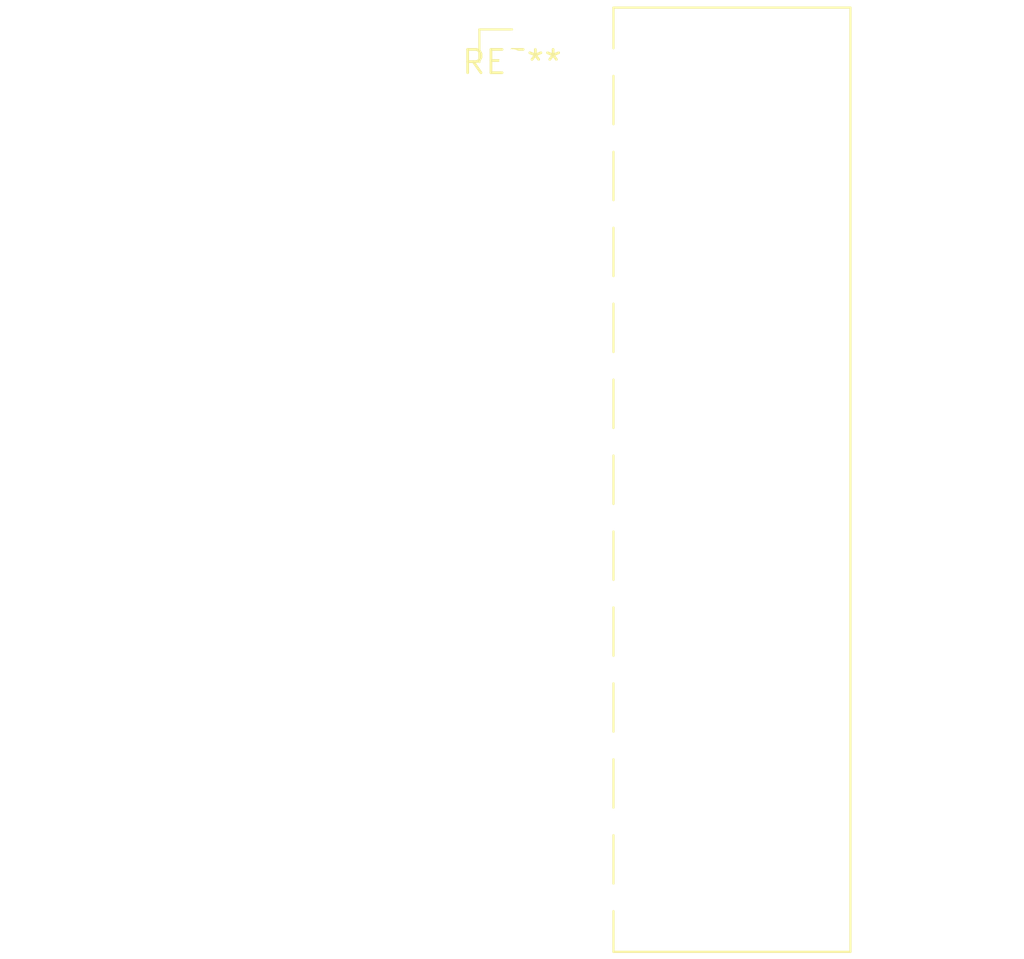
<source format=kicad_pcb>
(kicad_pcb (version 20240108) (generator pcbnew)
  (layers (0 "F.Cu" signal) (31 "B.Cu" signal) (34 "B.Paste" user) (35 "F.Paste" user) (36 "B.SilkS" user "B.Silkscreen") (37 "F.SilkS" user "F.Silkscreen") (38 "B.Mask" user) (39 "F.Mask" user) (44 "Edge.Cuts" user))
  (net 0 "")
  (footprint "TE_MATE-N-LOK_1-794108-x_2x12_P4.14mm_Horizontal" (layer "F.Cu") (at 0 0)
    (property "Reference" "REF**")
    (property "Value" "TE_MATE-N-LOK_1-794108-x_2x12_P4.14mm_Horizontal")
    (fp_line (start -1.78 -1.78) (end -1.78 0) (layer "F.SilkS") (stroke (width 0.12)))
    (fp_line (start 0 -1.78) (end -1.78 -1.78) (layer "F.SilkS") (stroke (width 0.12)))
    (fp_line (start 5.53 -2.97) (end 18.45 -2.97) (layer "F.SilkS") (stroke (width 0.12)))
    (fp_line (start 5.53 -0.751199) (end 5.53 -2.97) (layer "F.SilkS") (stroke (width 0.12)))
    (fp_line (start 5.53 0.751199) (end 5.53 3.388801) (layer "F.SilkS") (stroke (width 0.12)))
    (fp_line (start 5.53 4.891199) (end 5.53 7.528801) (layer "F.SilkS") (stroke (width 0.12)))
    (fp_line (start 5.53 9.031199) (end 5.53 11.668801) (layer "F.SilkS") (stroke (width 0.12)))
    (fp_line (start 5.53 13.171199) (end 5.53 15.808801) (layer "F.SilkS") (stroke (width 0.12)))
    (fp_line (start 5.53 17.311199) (end 5.53 19.948801) (layer "F.SilkS") (stroke (width 0.12)))
    (fp_line (start 5.53 21.451199) (end 5.53 24.088801) (layer "F.SilkS") (stroke (width 0.12)))
    (fp_line (start 5.53 25.591199) (end 5.53 28.228801) (layer "F.SilkS") (stroke (width 0.12)))
    (fp_line (start 5.53 29.731199) (end 5.53 32.368801) (layer "F.SilkS") (stroke (width 0.12)))
    (fp_line (start 5.53 33.871199) (end 5.53 36.508801) (layer "F.SilkS") (stroke (width 0.12)))
    (fp_line (start 5.53 38.011199) (end 5.53 40.648801) (layer "F.SilkS") (stroke (width 0.12)))
    (fp_line (start 5.53 42.151199) (end 5.53 44.788801) (layer "F.SilkS") (stroke (width 0.12)))
    (fp_line (start 5.53 48.51) (end 5.53 46.291199) (layer "F.SilkS") (stroke (width 0.12)))
    (fp_line (start 18.45 -2.97) (end 18.45 48.51) (layer "F.SilkS") (stroke (width 0.12)))
    (fp_line (start 18.45 48.51) (end 5.53 48.51) (layer "F.SilkS") (stroke (width 0.12)))
    (pad "" np_thru_hole circle (at 11.48 12.39) (size 3.86 3.86) (drill 3.86) (layers *.Cu *.Mask))
    (pad "" np_thru_hole circle (at 11.48 33.15) (size 3.86 3.86) (drill 3.86) (layers *.Cu *.Mask))
    (pad "1" thru_hole roundrect (at 0 0) (size 2.64 2.64) (drill 1.4) (layers *.Cu *.Mask) (remove_unused_layers) (roundrect_rratio 0.094697))
    (pad "2" thru_hole circle (at 0 4.14) (size 2.64 2.64) (drill 1.4) (layers *.Cu *.Mask) (remove_unused_layers))
    (pad "3" thru_hole circle (at 0 8.28) (size 2.64 2.64) (drill 1.4) (layers *.Cu *.Mask) (remove_unused_layers))
    (pad "4" thru_hole circle (at 0 12.42) (size 2.64 2.64) (drill 1.4) (layers *.Cu *.Mask) (remove_unused_layers))
    (pad "5" thru_hole circle (at 0 16.56) (size 2.64 2.64) (drill 1.4) (layers *.Cu *.Mask) (remove_unused_layers))
    (pad "6" thru_hole circle (at 0 20.7) (size 2.64 2.64) (drill 1.4) (layers *.Cu *.Mask) (remove_unused_layers))
    (pad "7" thru_hole circle (at 0 24.84) (size 2.64 2.64) (drill 1.4) (layers *.Cu *.Mask) (remove_unused_layers))
    (pad "8" thru_hole circle (at 0 28.98) (size 2.64 2.64) (drill 1.4) (layers *.Cu *.Mask) (remove_unused_layers))
    (pad "9" thru_hole circle (at 0 33.12) (size 2.64 2.64) (drill 1.4) (layers *.Cu *.Mask) (remove_unused_layers))
    (pad "10" thru_hole circle (at 0 37.26) (size 2.64 2.64) (drill 1.4) (layers *.Cu *.Mask) (remove_unused_layers))
    (pad "11" thru_hole circle (at 0 41.4) (size 2.64 2.64) (drill 1.4) (layers *.Cu *.Mask) (remove_unused_layers))
    (pad "12" thru_hole circle (at 0 45.54) (size 2.64 2.64) (drill 1.4) (layers *.Cu *.Mask) (remove_unused_layers))
    (pad "13" thru_hole circle (at 4.14 0) (size 2.64 2.64) (drill 1.4) (layers *.Cu *.Mask) (remove_unused_layers))
    (pad "14" thru_hole circle (at 4.14 4.14) (size 2.64 2.64) (drill 1.4) (layers *.Cu *.Mask) (remove_unused_layers))
    (pad "15" thru_hole circle (at 4.14 8.28) (size 2.64 2.64) (drill 1.4) (layers *.Cu *.Mask) (remove_unused_layers))
    (pad "16" thru_hole circle (at 4.14 12.42) (size 2.64 2.64) (drill 1.4) (layers *.Cu *.Mask) (remove_unused_layers))
    (pad "17" thru_hole circle (at 4.14 16.56) (size 2.64 2.64) (drill 1.4) (layers *.Cu *.Mask) (remove_unused_layers))
    (pad "18" thru_hole circle (at 4.14 20.7) (size 2.64 2.64) (drill 1.4) (layers *.Cu *.Mask) (remove_unused_layers))
    (pad "19" thru_hole circle (at 4.14 24.84) (size 2.64 2.64) (drill 1.4) (layers *.Cu *.Mask) (remove_unused_layers))
    (pad "20" thru_hole circle (at 4.14 28.98) (size 2.64 2.64) (drill 1.4) (layers *.Cu *.Mask) (remove_unused_layers))
    (pad "21" thru_hole circle (at 4.14 33.12) (size 2.64 2.64) (drill 1.4) (layers *.Cu *.Mask) (remove_unused_layers))
    (pad "22" thru_hole circle (at 4.14 37.26) (size 2.64 2.64) (drill 1.4) (layers *.Cu *.Mask) (remove_unused_layers))
    (pad "23" thru_hole circle (at 4.14 41.4) (size 2.64 2.64) (drill 1.4) (layers *.Cu *.Mask) (remove_unused_layers))
    (pad "24" thru_hole circle (at 4.14 45.54) (size 2.64 2.64) (drill 1.4) (layers *.Cu *.Mask) (remove_unused_layers))
  )
)
</source>
